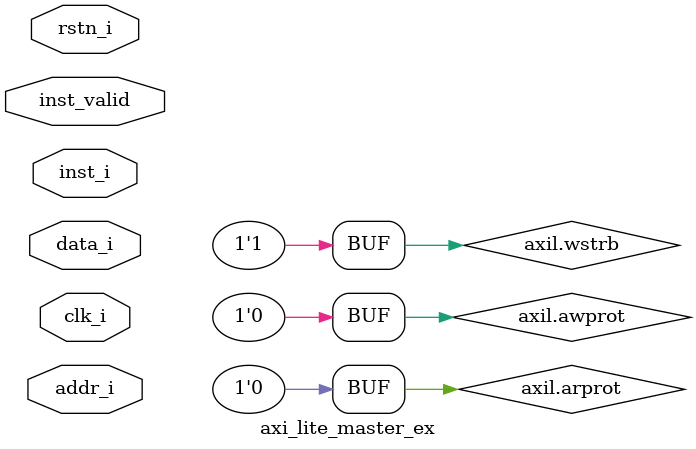
<source format=sv>
`timescale 1ns/1ps

module axi_lite_master_ex #(
    parameter ADDR_WIDTH = 4,
    parameter DATA_WIDTH = 32,
    parameter STRB_WIDTH = DATA_WIDTH / 8
) (
    input clk_i,
    input rstn_i,

    /*
        Temporary instruction ports for testing and demonstration
        Will need to add logic to decode RISC instructions
    */
    input inst_i,
    input addr_i,
    input [DATA_WIDTH-1:0] data_i, // Data to be written to slave 
    input inst_valid,

    AXI_LITE axil
);
    localparam READ = 0;
    localparam WRITE = 1;

    logic [DATA_WIDTH-1:0] rdata_reg;

    logic inst_write, inst_read;

    logic busy;

    assign busy = axil.bready || axil.rready;

    // Inst
    assign inst_write = inst_valid && !busy && inst_i;
    assign inst_read = inst_valid && !busy && !inst_i;

    // Strobe
    assign axil.wstrb = 4'b1111;

    // Protection not implemented
    assign axil.awprot = 0;
    assign axil.arprot = 0;

    // Address
    always_ff @(posedge clk_i) begin
         if(!rstn_i) begin
            axil.awaddr <= 0;
            axil.araddr <= 0;
         end else begin
            axil.awaddr <= addr_i;
            axil.araddr <= addr_i;
         end
    end

    // Write signaling
    always_ff @(posedge clk_i) begin
        if(!rstn_i) begin
           axil.bready  <= 0;
           axil.awvalid <= 0;
           axil.wvalid <= 0;
        end else if (inst_write) begin
            axil.bready <= 1;
            axil.awvalid <= 1;
            axil.wvalid <= 1;
        end else if (axil.bready) begin
            // Resetting when valid/ready handshake occurs
            if (axil.bvalid) begin
                axil.bready <= 0;
            end

            if (axil.awready) begin
                axil.awvalid <= 0;
            end

            if (axil.wready) begin
                axil.wvalid <= 0;
            end
        end
    end

    always_ff @(posedge clk_i) begin
        if(!rstn_i) begin
            axil.wdata <= 0;
        end else begin
            if (inst_write) begin
                axil.wdata <= data_i;
            end
        end
    end

    // Read signalling
    always_ff @(posedge clk_i) begin
        if (!rstn_i) begin
            axil.rready <= 0;
            axil.arvalid <= 0;
        end else if (inst_read) begin
            // Signal to read
            axil.rready <= 1;
            axil.arvalid <= 1;
        end else if (axil.rready) begin
            if (axil.rvalid) begin
                axil.rready <= 0;
            end

            if (axil.arready) begin
                axil.arvalid <= 0;
            end
        end
    end

    always_ff @(posedge clk_i) begin
        if(!rstn_i) begin
            rdata_reg <= 0;
        end else begin
            if (axil.rvalid && axil.rready) begin
                rdata_reg <= axil.rdata;
            end
        end
    end

endmodule
</source>
